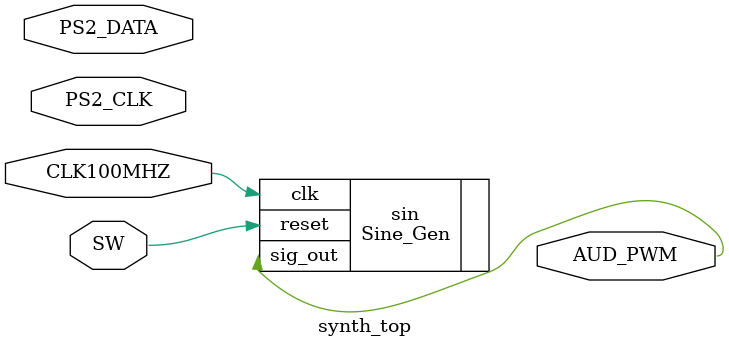
<source format=v>
`timescale 1ns / 1ps


module synth_top(
    input CLK100MHZ,
    input PS2_CLK,
    input PS2_DATA,
    input SW,
    output AUD_PWM
    );
    
    reg CLK50MHZ=0;    
    wire [31:0]keycode;
    
    always @(posedge(CLK100MHZ))begin
        CLK50MHZ<=~CLK50MHZ;
    end
    
    PS2Receiver keyboard (
        .clk(CLK50MHZ),
        .kclk(PS2_CLK),
        .kdata(PS2_DATA),
        .keycodeout(keycode[31:0])
    );
    Sine_Gen sin (
        .clk (CLK100MHZ),
        .reset (SW),
        .sig_out (AUD_PWM)
    );
    
    O4_ClkDiv CD (
        .note (note),
        .clk_in (clk_in),
        .reset (reset),
        .clk_out (clk_out)
    );
    
endmodule

</source>
